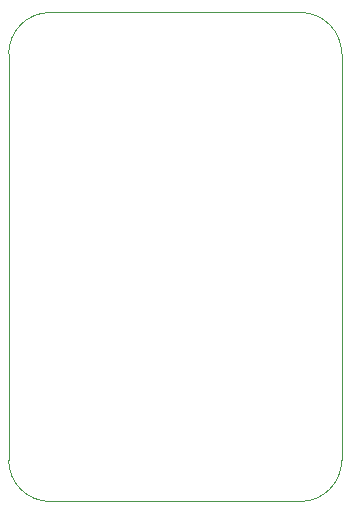
<source format=gbr>
%TF.GenerationSoftware,KiCad,Pcbnew,8.0.0*%
%TF.CreationDate,2024-03-22T10:14:47-04:00*%
%TF.ProjectId,lgs5145_dcdc,6c677335-3134-4355-9f64-6364632e6b69,rev?*%
%TF.SameCoordinates,PX74a2660PY490d2c0*%
%TF.FileFunction,Profile,NP*%
%FSLAX46Y46*%
G04 Gerber Fmt 4.6, Leading zero omitted, Abs format (unit mm)*
G04 Created by KiCad (PCBNEW 8.0.0) date 2024-03-22 10:14:47*
%MOMM*%
%LPD*%
G01*
G04 APERTURE LIST*
%TA.AperFunction,Profile*%
%ADD10C,0.050000*%
%TD*%
G04 APERTURE END LIST*
D10*
X25700000Y-42400000D02*
X4500000Y-42400000D01*
X29200000Y-4500000D02*
X29200000Y-38900000D01*
X4500000Y-1000000D02*
X25700000Y-1000000D01*
X1000000Y-38900000D02*
X1000000Y-4500000D01*
X4500000Y-42400000D02*
G75*
G02*
X1000000Y-38900000I0J3500000D01*
G01*
X29200000Y-38900000D02*
G75*
G02*
X25700000Y-42400000I-3500000J0D01*
G01*
X25700000Y-1000000D02*
G75*
G02*
X29200000Y-4500000I0J-3500000D01*
G01*
X1000000Y-4500000D02*
G75*
G02*
X4500000Y-1000000I3500000J0D01*
G01*
M02*

</source>
